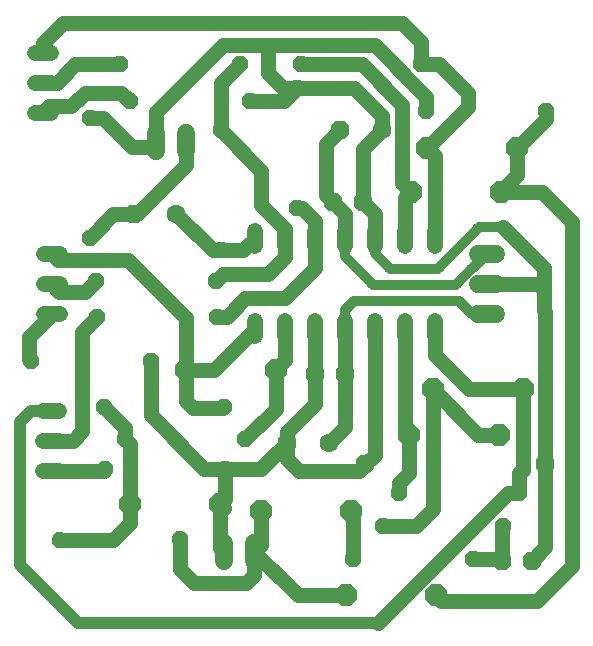
<source format=gbr>
G04 EAGLE Gerber RS-274X export*
G75*
%MOMM*%
%FSLAX34Y34*%
%LPD*%
%INBottom Copper*%
%IPPOS*%
%AMOC8*
5,1,8,0,0,1.08239X$1,22.5*%
G01*
%ADD10P,2.061953X8X22.500000*%
%ADD11P,2.061953X8X202.500000*%
%ADD12P,1.732040X8X202.500000*%
%ADD13C,1.320800*%
%ADD14P,1.429621X8X22.500000*%
%ADD15P,1.429621X8X202.500000*%
%ADD16P,1.429621X8X203.000000*%
%ADD17P,1.429621X8X292.500000*%
%ADD18C,1.600200*%
%ADD19P,1.732040X8X22.500000*%
%ADD20C,1.524000*%
%ADD21C,1.270000*%
%ADD22C,0.812800*%
%ADD23C,0.609600*%
%ADD24C,0.203200*%
%ADD25C,1.016000*%


D10*
X398076Y209060D03*
X474276Y209060D03*
X470379Y137646D03*
X546579Y137646D03*
X525168Y479523D03*
X601368Y479523D03*
X538900Y516208D03*
X615100Y516208D03*
D11*
X599976Y273662D03*
X523776Y273662D03*
D10*
X543677Y312248D03*
X619877Y312248D03*
D12*
X627597Y166742D03*
X602197Y166742D03*
D11*
X410825Y328883D03*
X334625Y328883D03*
X363759Y215275D03*
X287559Y215275D03*
D13*
X393155Y356996D02*
X393155Y370204D01*
X418555Y370204D02*
X418555Y356996D01*
X545555Y356996D02*
X545555Y370204D01*
X545555Y433196D02*
X545555Y446404D01*
X443955Y370204D02*
X443955Y356996D01*
X469355Y356996D02*
X469355Y370204D01*
X520155Y370204D02*
X520155Y356996D01*
X494755Y356996D02*
X494755Y370204D01*
X520155Y433196D02*
X520155Y446404D01*
X494755Y446404D02*
X494755Y433196D01*
X469355Y433196D02*
X469355Y446404D01*
X443955Y446404D02*
X443955Y433196D01*
X418555Y433196D02*
X418555Y446404D01*
X393155Y446404D02*
X393155Y433196D01*
D14*
X432148Y587358D03*
X533748Y587358D03*
X538401Y548056D03*
X640001Y548056D03*
X476267Y168918D03*
X577867Y168918D03*
D15*
X603435Y196228D03*
X501835Y196228D03*
D14*
X515407Y224559D03*
X617007Y224559D03*
D16*
X329521Y185593D03*
X227925Y184706D03*
D14*
X283268Y269819D03*
X384868Y269819D03*
X265041Y297329D03*
X366641Y297329D03*
D13*
X227794Y426476D02*
X214586Y426476D01*
X214586Y375676D02*
X227794Y375676D01*
X227794Y401076D02*
X214586Y401076D01*
X214064Y294232D02*
X227272Y294232D01*
X227272Y243432D02*
X214064Y243432D01*
X214064Y268832D02*
X227272Y268832D01*
X220135Y597280D02*
X206927Y597280D01*
X206927Y546480D02*
X220135Y546480D01*
X220135Y571880D02*
X206927Y571880D01*
D15*
X388638Y555944D03*
X287038Y555944D03*
X368228Y245053D03*
X266628Y245053D03*
X304908Y336380D03*
X203308Y336380D03*
X360241Y404014D03*
X258641Y404014D03*
X361208Y373743D03*
X259608Y373743D03*
D17*
X428779Y567099D03*
X428779Y465499D03*
D15*
X380213Y587293D03*
X278613Y587293D03*
D17*
X364091Y531612D03*
X364091Y430012D03*
D12*
X291048Y460756D03*
D18*
X326608Y460756D03*
D17*
X253164Y542131D03*
X253164Y440531D03*
D12*
X420242Y266959D03*
D18*
X455802Y266959D03*
D12*
X469355Y325500D03*
X443955Y325500D03*
X465458Y531764D03*
D18*
X501018Y531764D03*
D19*
X459221Y471108D03*
X484621Y471108D03*
D20*
X582461Y426905D02*
X597701Y426905D01*
X597701Y401505D02*
X582461Y401505D01*
X582461Y376105D02*
X597701Y376105D01*
X309522Y513790D02*
X309522Y529030D01*
X334922Y529030D02*
X334922Y513790D01*
X367040Y182199D02*
X367040Y166959D01*
X392440Y166959D02*
X392440Y182199D01*
D12*
X639186Y248770D03*
X486786Y248770D03*
D21*
X455802Y266959D02*
X469355Y280512D01*
X469355Y325500D01*
X469355Y363600D01*
D22*
X476847Y387078D02*
X566231Y387078D01*
X577204Y376105D02*
X590081Y376105D01*
X577204Y376105D02*
X566231Y387078D01*
X476847Y387078D02*
X469355Y379587D01*
X469355Y363600D01*
D21*
X459221Y471108D02*
X453186Y477143D01*
X453186Y519492D02*
X465458Y531764D01*
X453186Y519492D02*
X453186Y477143D01*
X469355Y460973D02*
X469355Y439800D01*
X469355Y460973D02*
X459221Y471108D01*
D22*
X577889Y414713D02*
X590081Y426905D01*
X577889Y414713D02*
X576991Y414713D01*
X563116Y400839D01*
X493241Y400839D01*
X469355Y424725D02*
X469355Y439800D01*
X469355Y424725D02*
X493241Y400839D01*
D21*
X601368Y479523D02*
X615100Y493255D01*
X615100Y516208D01*
X661631Y453828D02*
X661631Y162484D01*
X661631Y453828D02*
X635936Y479523D01*
X601368Y479523D01*
X661631Y162484D02*
X632391Y133245D01*
X615100Y516208D02*
X640001Y541109D01*
X640001Y548056D01*
X546579Y137646D02*
X550981Y133245D01*
X632391Y133245D01*
X520155Y439800D02*
X520155Y474510D01*
X525168Y479523D01*
X517967Y486724D02*
X517967Y553345D01*
X517967Y486724D02*
X525168Y479523D01*
X483954Y587358D02*
X432148Y587358D01*
X483954Y587358D02*
X517967Y553345D01*
X545555Y509553D02*
X545555Y439800D01*
X545555Y509553D02*
X538900Y516208D01*
X213531Y597280D02*
X213531Y605211D01*
X231008Y622687D01*
X517503Y622687D01*
X533748Y606443D02*
X533748Y587358D01*
X533748Y606443D02*
X517503Y622687D01*
X573852Y551160D02*
X538900Y516208D01*
X573852Y551160D02*
X573852Y562802D01*
X549295Y587358D01*
X533748Y587358D01*
X420242Y276305D02*
X420242Y266959D01*
X443955Y300018D02*
X443955Y325500D01*
X443955Y300018D02*
X420242Y276305D01*
X484621Y471108D02*
X484621Y515367D01*
X501018Y531764D01*
X494755Y460973D02*
X494755Y439800D01*
X494755Y460973D02*
X484621Y471108D01*
D23*
X590081Y401505D02*
X592275Y401505D01*
D21*
X632948Y401505D01*
X443955Y363600D02*
X443955Y325500D01*
D24*
X592275Y401505D02*
X593194Y401505D01*
D22*
X603053Y449541D02*
X583281Y449541D01*
X548153Y414412D01*
X507775Y414412D02*
X494755Y427432D01*
X494755Y439800D01*
X507775Y414412D02*
X548153Y414412D01*
D21*
X417623Y555944D02*
X428779Y567099D01*
X417623Y555944D02*
X388638Y555944D01*
X501018Y543467D02*
X501018Y531764D01*
X477385Y567099D02*
X428779Y567099D01*
X477385Y567099D02*
X501018Y543467D01*
X420242Y266959D02*
X401251Y247969D01*
X404475Y603720D02*
X494770Y603720D01*
X538401Y560089D01*
X538401Y548056D01*
X368228Y219744D02*
X363759Y215275D01*
X368228Y219744D02*
X368228Y245053D01*
X398336Y245053D01*
X420242Y266959D01*
X309522Y521410D02*
X309522Y546922D01*
X366320Y603720D02*
X404475Y603720D01*
X366320Y603720D02*
X309522Y546922D01*
X404475Y579627D02*
X404475Y603720D01*
X404475Y579627D02*
X417002Y567099D01*
X428779Y567099D01*
X264295Y542131D02*
X253164Y542131D01*
X264295Y542131D02*
X289204Y517221D01*
X305333Y517221D01*
X309522Y521410D01*
X639186Y377950D02*
X639186Y248770D01*
X639186Y377950D02*
X637894Y379241D01*
X637894Y396559D02*
X632948Y401505D01*
X637894Y414699D02*
X603053Y449541D01*
X637894Y414699D02*
X637894Y396559D01*
X637894Y379241D01*
X639186Y248770D02*
X639186Y178331D01*
X627597Y166742D01*
X367040Y211994D02*
X363759Y215275D01*
X494755Y256739D02*
X494755Y363600D01*
X494755Y256739D02*
X486786Y248770D01*
X430301Y243468D02*
X420242Y253528D01*
X420242Y266959D01*
X481484Y243468D02*
X486786Y248770D01*
X481484Y243468D02*
X430301Y243468D01*
X304908Y290576D02*
X304908Y336380D01*
X350431Y245053D02*
X368228Y245053D01*
X350431Y245053D02*
X304908Y290576D01*
X363759Y215275D02*
X363759Y177861D01*
X367040Y174579D01*
X474276Y209060D02*
X476267Y207070D01*
X476267Y168918D01*
X602197Y166742D02*
X602197Y194989D01*
X603435Y196228D01*
X600022Y168918D02*
X577867Y168918D01*
X600022Y168918D02*
X602197Y166742D01*
X582263Y273662D02*
X543677Y312248D01*
X582263Y273662D02*
X599976Y273662D01*
X544151Y311775D02*
X543677Y312248D01*
X544151Y311775D02*
X544151Y210840D01*
X529538Y196228D01*
X501835Y196228D01*
X520155Y277283D02*
X520155Y363600D01*
X520155Y277283D02*
X523776Y273662D01*
X523776Y241248D01*
X515407Y232879D02*
X515407Y224559D01*
X515407Y232879D02*
X523776Y241248D01*
X574505Y312248D02*
X619877Y312248D01*
X617007Y241169D02*
X617007Y224559D01*
X619877Y244039D02*
X619877Y312248D01*
X619877Y244039D02*
X617007Y241169D01*
X607666Y224559D02*
X497378Y114271D01*
X607666Y224559D02*
X617007Y224559D01*
D25*
X220668Y294232D02*
X203939Y294232D01*
X194386Y284679D01*
X194386Y163610D01*
X243726Y114271D01*
X497378Y114271D01*
D21*
X545555Y341198D02*
X545555Y363600D01*
X545555Y341198D02*
X574505Y312248D01*
X329521Y185593D02*
X329521Y160468D01*
X341781Y148208D02*
X385585Y148208D01*
X392440Y155063D01*
X392440Y174579D01*
X341781Y148208D02*
X329521Y160468D01*
X398076Y180216D02*
X398076Y209060D01*
X398076Y180216D02*
X392440Y174579D01*
X429373Y137646D01*
X470379Y137646D01*
X358438Y328883D02*
X393155Y363600D01*
X358438Y328883D02*
X334625Y328883D01*
X334625Y302556D01*
X340448Y296733D01*
X366046Y296733D01*
X366641Y297329D01*
X286055Y421528D02*
X226137Y421528D01*
X221190Y426476D01*
X334625Y372958D02*
X334625Y328883D01*
X334625Y372958D02*
X286055Y421528D01*
X418555Y363600D02*
X418555Y336613D01*
X410825Y328883D01*
X410825Y295775D02*
X384868Y269819D01*
X410825Y295775D02*
X410825Y328883D01*
X283268Y279102D02*
X265041Y297329D01*
X283268Y279102D02*
X283268Y269819D01*
X287559Y265529D02*
X287559Y215275D01*
X287559Y265529D02*
X283268Y269819D01*
X272845Y184706D02*
X227925Y184706D01*
X287559Y199419D02*
X287559Y215275D01*
X287559Y199419D02*
X272845Y184706D01*
X249521Y394894D02*
X258641Y404014D01*
X249521Y394894D02*
X227372Y394894D01*
X221190Y401076D01*
X221190Y375676D02*
X201920Y356407D01*
X201920Y337768D02*
X203308Y336380D01*
X201920Y337768D02*
X201920Y356407D01*
X220668Y243432D02*
X265007Y243432D01*
X266628Y245053D01*
X213531Y546480D02*
X219092Y552040D01*
X279541Y563441D02*
X287038Y555944D01*
X279541Y563441D02*
X248960Y563441D01*
X237559Y552040D02*
X219092Y552040D01*
X237559Y552040D02*
X248960Y563441D01*
X225506Y571880D02*
X213531Y571880D01*
X240919Y587293D02*
X278613Y587293D01*
X240919Y587293D02*
X225506Y571880D01*
X220668Y268832D02*
X239234Y268832D01*
X246955Y361090D02*
X259608Y373743D01*
X246955Y276554D02*
X239234Y268832D01*
X246955Y276554D02*
X246955Y361090D01*
X443955Y439800D02*
X443955Y454845D01*
X433301Y465499D02*
X428779Y465499D01*
X433301Y465499D02*
X443955Y454845D01*
X369522Y373743D02*
X361208Y373743D01*
X369522Y373743D02*
X385157Y389378D01*
X418244Y389378D01*
X443955Y415089D02*
X443955Y439800D01*
X443955Y415089D02*
X418244Y389378D01*
X404655Y410148D02*
X366375Y410148D01*
X360241Y404014D01*
X364091Y571171D02*
X380213Y587293D01*
X364091Y571171D02*
X364091Y531612D01*
X398289Y497415D01*
X398289Y468485D01*
X418555Y439800D02*
X418555Y424048D01*
X404655Y410148D01*
X418555Y448219D02*
X398289Y468485D01*
X418555Y448219D02*
X418555Y439800D01*
X393155Y439800D02*
X383367Y430012D01*
X364091Y430012D01*
X357353Y430012D02*
X326608Y460756D01*
X357353Y430012D02*
X364091Y430012D01*
X273389Y460756D02*
X253164Y440531D01*
X273389Y460756D02*
X291048Y460756D01*
X293158Y460756D01*
X334922Y502520D02*
X334922Y521410D01*
X334922Y502520D02*
X293158Y460756D01*
M02*

</source>
